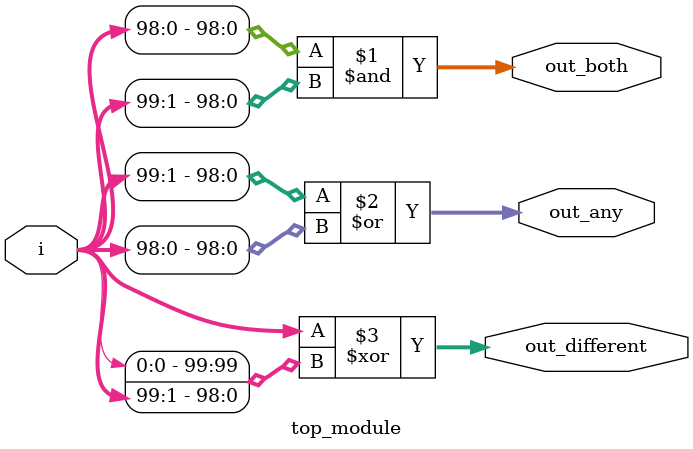
<source format=sv>
module top_module(
    input [99:0] i,
    output [98:0] out_both,
    output [99:1] out_any,
    output [99:0] out_different
  );
  assign out_both      = i[98:0] & i[99:1];
  assign out_any       = i[99:1] | i[98:0];
  assign out_different = i ^ { i[0], i[99:1] };

`ifdef COCOTB_SIM

  initial
  begin
    $dumpfile ("top_module.vcd");
    $dumpvars (0, top_module);
    #1;
  end
`endif
endmodule

</source>
